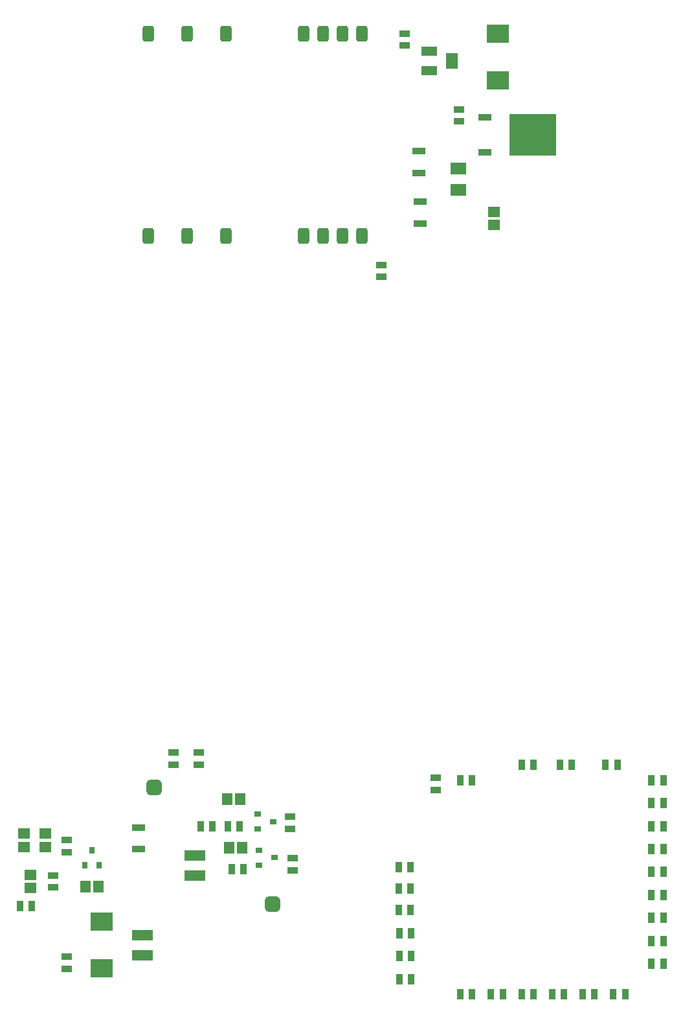
<source format=gtp>
G04*
G04 #@! TF.GenerationSoftware,Altium Limited,CircuitStudio,1.5.2 (30)*
G04*
G04 Layer_Color=7318015*
%FSLAX25Y25*%
%MOIN*%
G70*
G01*
G75*
%ADD10R,0.07087X0.03543*%
%ADD11R,0.24410X0.21457*%
%ADD12R,0.11417X0.09449*%
%ADD13R,0.05315X0.03740*%
%ADD14R,0.06693X0.03740*%
G04:AMPARAMS|DCode=15|XSize=78.74mil|YSize=78.74mil|CornerRadius=19.69mil|HoleSize=0mil|Usage=FLASHONLY|Rotation=270.000|XOffset=0mil|YOffset=0mil|HoleType=Round|Shape=RoundedRectangle|*
%AMROUNDEDRECTD15*
21,1,0.07874,0.03937,0,0,270.0*
21,1,0.03937,0.07874,0,0,270.0*
1,1,0.03937,-0.01969,-0.01969*
1,1,0.03937,-0.01969,0.01969*
1,1,0.03937,0.01969,0.01969*
1,1,0.03937,0.01969,-0.01969*
%
%ADD15ROUNDEDRECTD15*%
%ADD16R,0.05512X0.06102*%
%ADD17R,0.06102X0.05512*%
%ADD18R,0.03740X0.05315*%
%ADD19R,0.11024X0.05512*%
G04:AMPARAMS|DCode=20|XSize=29.92mil|YSize=35.43mil|CornerRadius=7.48mil|HoleSize=0mil|Usage=FLASHONLY|Rotation=0.000|XOffset=0mil|YOffset=0mil|HoleType=Round|Shape=RoundedRectangle|*
%AMROUNDEDRECTD20*
21,1,0.02992,0.02047,0,0,0.0*
21,1,0.01496,0.03543,0,0,0.0*
1,1,0.01496,0.00748,-0.01024*
1,1,0.01496,-0.00748,-0.01024*
1,1,0.01496,-0.00748,0.01024*
1,1,0.01496,0.00748,0.01024*
%
%ADD20ROUNDEDRECTD20*%
%ADD21R,0.06299X0.07874*%
%ADD22R,0.07874X0.05118*%
G04:AMPARAMS|DCode=23|XSize=59.06mil|YSize=82.68mil|CornerRadius=14.76mil|HoleSize=0mil|Usage=FLASHONLY|Rotation=0.000|XOffset=0mil|YOffset=0mil|HoleType=Round|Shape=RoundedRectangle|*
%AMROUNDEDRECTD23*
21,1,0.05906,0.05315,0,0,0.0*
21,1,0.02953,0.08268,0,0,0.0*
1,1,0.02953,0.01476,-0.02658*
1,1,0.02953,-0.01476,-0.02658*
1,1,0.02953,-0.01476,0.02658*
1,1,0.02953,0.01476,0.02658*
%
%ADD23ROUNDEDRECTD23*%
%ADD24R,0.07874X0.05906*%
%ADD25R,0.03543X0.03150*%
D10*
X273465Y470787D02*
D03*
Y452835D02*
D03*
D11*
X297874Y461811D02*
D03*
D12*
X280000Y489803D02*
D03*
Y513819D02*
D03*
X76000Y32992D02*
D03*
Y57008D02*
D03*
D13*
X232000Y507760D02*
D03*
Y513862D02*
D03*
X260000Y468760D02*
D03*
Y474862D02*
D03*
X248000Y124949D02*
D03*
Y131051D02*
D03*
X51181Y80807D02*
D03*
Y74705D02*
D03*
X58000Y99051D02*
D03*
Y92949D02*
D03*
X113000Y137949D02*
D03*
Y144051D02*
D03*
X126000D02*
D03*
Y137949D02*
D03*
X174213Y89665D02*
D03*
Y83563D02*
D03*
X173000Y104949D02*
D03*
Y111051D02*
D03*
X58000Y39051D02*
D03*
Y32949D02*
D03*
X220000Y394862D02*
D03*
Y388760D02*
D03*
D14*
X239500Y442299D02*
D03*
Y453323D02*
D03*
X240000Y427323D02*
D03*
Y416299D02*
D03*
X95000Y105512D02*
D03*
Y94488D02*
D03*
D15*
X103000Y126000D02*
D03*
X164000Y66000D02*
D03*
D16*
X74347Y75000D02*
D03*
X67654D02*
D03*
X148346Y95000D02*
D03*
X141654D02*
D03*
X147346Y120000D02*
D03*
X140654D02*
D03*
D17*
X39370Y74410D02*
D03*
Y81102D02*
D03*
X36000Y102347D02*
D03*
Y95653D02*
D03*
X47000Y102347D02*
D03*
Y95653D02*
D03*
X278000Y422157D02*
D03*
Y415465D02*
D03*
D18*
X260728Y129921D02*
D03*
X266831D02*
D03*
X292224Y137795D02*
D03*
X298327D02*
D03*
X311909D02*
D03*
X318012D02*
D03*
X335531D02*
D03*
X341634D02*
D03*
X359154Y129921D02*
D03*
X365256D02*
D03*
Y106299D02*
D03*
X359154D02*
D03*
X365256Y118110D02*
D03*
X359154D02*
D03*
Y94488D02*
D03*
X365256D02*
D03*
X359154Y82677D02*
D03*
X365256D02*
D03*
Y59055D02*
D03*
X359154D02*
D03*
X365256Y70866D02*
D03*
X359154D02*
D03*
X365256Y47244D02*
D03*
X359154D02*
D03*
Y35433D02*
D03*
X365256D02*
D03*
X339469Y19685D02*
D03*
X345571D02*
D03*
X323721D02*
D03*
X329823D02*
D03*
X307972D02*
D03*
X314075D02*
D03*
X292224D02*
D03*
X298327D02*
D03*
X276476D02*
D03*
X282579D02*
D03*
X260728D02*
D03*
X266831D02*
D03*
X235335Y39370D02*
D03*
X229232D02*
D03*
X235335Y27559D02*
D03*
X229232D02*
D03*
Y51181D02*
D03*
X235335D02*
D03*
X235051Y63000D02*
D03*
X228949D02*
D03*
X235051Y85000D02*
D03*
X228949D02*
D03*
Y74000D02*
D03*
X235051D02*
D03*
X40051Y65000D02*
D03*
X33949D02*
D03*
X149051Y84000D02*
D03*
X142949D02*
D03*
X147051Y106000D02*
D03*
X140949D02*
D03*
X133051D02*
D03*
X126949D02*
D03*
D19*
X97000Y39882D02*
D03*
Y50118D02*
D03*
X124000Y91118D02*
D03*
Y80882D02*
D03*
D20*
X74740Y86063D02*
D03*
X67260D02*
D03*
X71000Y93937D02*
D03*
D21*
X256209Y499811D02*
D03*
D22*
X244791Y494890D02*
D03*
Y504732D02*
D03*
D23*
X100000Y513917D02*
D03*
X120000D02*
D03*
X140000D02*
D03*
X180000D02*
D03*
X190000D02*
D03*
X200000D02*
D03*
X210000D02*
D03*
Y409705D02*
D03*
X200000D02*
D03*
X190000D02*
D03*
X180000D02*
D03*
X140000D02*
D03*
X120000D02*
D03*
X100000D02*
D03*
D24*
X259842Y444488D02*
D03*
Y433465D02*
D03*
D25*
X164937Y90000D02*
D03*
X157063Y86260D02*
D03*
Y93740D02*
D03*
X164339Y108653D02*
D03*
X156465Y104913D02*
D03*
Y112394D02*
D03*
M02*

</source>
